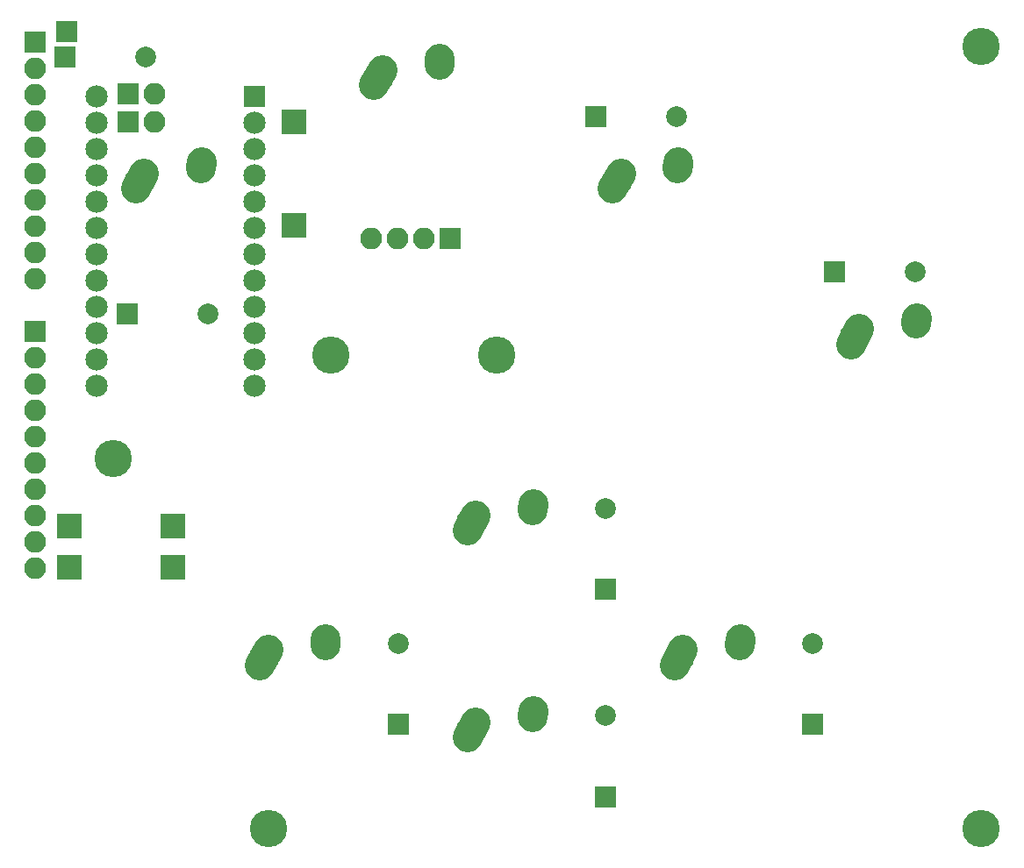
<source format=gbr>
G04 #@! TF.GenerationSoftware,KiCad,Pcbnew,(5.1.2)-2*
G04 #@! TF.CreationDate,2019-07-07T18:04:58+10:00*
G04 #@! TF.ProjectId,Right_Combined_Micro,52696768-745f-4436-9f6d-62696e65645f,rev?*
G04 #@! TF.SameCoordinates,Original*
G04 #@! TF.FileFunction,Soldermask,Bot*
G04 #@! TF.FilePolarity,Negative*
%FSLAX46Y46*%
G04 Gerber Fmt 4.6, Leading zero omitted, Abs format (unit mm)*
G04 Created by KiCad (PCBNEW (5.1.2)-2) date 2019-07-07 18:04:58*
%MOMM*%
%LPD*%
G04 APERTURE LIST*
%ADD10C,3.600000*%
%ADD11R,2.152600X2.152600*%
%ADD12C,2.152600*%
%ADD13R,2.000000X2.000000*%
%ADD14C,2.000000*%
%ADD15R,2.100000X2.100000*%
%ADD16O,2.100000X2.100000*%
%ADD17C,2.900000*%
%ADD18C,2.900000*%
%ADD19R,2.398980X2.398980*%
G04 APERTURE END LIST*
D10*
X127500000Y-109250000D03*
X112500000Y-73500000D03*
X196250000Y-109250000D03*
D11*
X126120000Y-38530000D03*
D12*
X126120000Y-41070000D03*
X126120000Y-43610000D03*
X126120000Y-46150000D03*
X126120000Y-48690000D03*
X126120000Y-51230000D03*
X126120000Y-53770000D03*
X126120000Y-56310000D03*
X126120000Y-58850000D03*
X126120000Y-61390000D03*
X126120000Y-63930000D03*
X126120000Y-66470000D03*
X110880000Y-66470000D03*
X110880000Y-63930000D03*
X110880000Y-61390000D03*
X110880000Y-58850000D03*
X110880000Y-56310000D03*
X110880000Y-53770000D03*
X110880000Y-51230000D03*
X110880000Y-48690000D03*
X110880000Y-46150000D03*
X110880000Y-43610000D03*
X110880000Y-41070000D03*
X110880000Y-38530000D03*
D13*
X113850000Y-59500000D03*
D14*
X121650000Y-59500000D03*
D13*
X107850000Y-34750000D03*
D14*
X115650000Y-34750000D03*
D13*
X159100000Y-40500000D03*
D14*
X166900000Y-40500000D03*
D13*
X182100000Y-55500000D03*
D14*
X189900000Y-55500000D03*
D13*
X140000000Y-99150000D03*
D14*
X140000000Y-91350000D03*
D13*
X160000000Y-86150000D03*
D14*
X160000000Y-78350000D03*
D13*
X160000000Y-106150000D03*
D14*
X160000000Y-98350000D03*
D13*
X180000000Y-99150000D03*
D14*
X180000000Y-91350000D03*
D15*
X114000000Y-38250000D03*
D16*
X116540000Y-38250000D03*
D15*
X145000000Y-52250000D03*
D16*
X142460000Y-52250000D03*
X139920000Y-52250000D03*
X137380000Y-52250000D03*
D15*
X114000000Y-41000000D03*
D16*
X116540000Y-41000000D03*
D17*
X115095000Y-46730000D03*
D18*
X115500453Y-46000046D02*
X114689547Y-47459954D01*
D17*
X121020000Y-45210000D03*
D18*
X121039724Y-44920672D02*
X121000276Y-45499328D01*
D17*
X138095000Y-36730000D03*
D18*
X138500453Y-36000046D02*
X137689547Y-37459954D01*
D17*
X144020000Y-35210000D03*
D18*
X144039724Y-34920672D02*
X144000276Y-35499328D01*
D17*
X161095000Y-46730000D03*
D18*
X161500453Y-46000046D02*
X160689547Y-47459954D01*
D17*
X167020000Y-45210000D03*
D18*
X167039724Y-44920672D02*
X167000276Y-45499328D01*
D17*
X184095000Y-61730000D03*
D18*
X184500453Y-61000046D02*
X183689547Y-62459954D01*
D17*
X190020000Y-60210000D03*
D18*
X190039724Y-59920672D02*
X190000276Y-60499328D01*
D17*
X127095000Y-92730000D03*
D18*
X127500453Y-92000046D02*
X126689547Y-93459954D01*
D17*
X133020000Y-91210000D03*
D18*
X133039724Y-90920672D02*
X133000276Y-91499328D01*
D17*
X147095000Y-79730000D03*
D18*
X147500453Y-79000046D02*
X146689547Y-80459954D01*
D17*
X153020000Y-78210000D03*
D18*
X153039724Y-77920672D02*
X153000276Y-78499328D01*
D17*
X147095000Y-99730000D03*
D18*
X147500453Y-99000046D02*
X146689547Y-100459954D01*
D17*
X153020000Y-98210000D03*
D18*
X153039724Y-97920672D02*
X153000276Y-98499328D01*
D17*
X167095000Y-92730000D03*
D18*
X167500453Y-92000046D02*
X166689547Y-93459954D01*
D17*
X173020000Y-91210000D03*
D18*
X173039724Y-90920672D02*
X173000276Y-91499328D01*
D10*
X133500000Y-63500000D03*
X149500000Y-63500000D03*
X196250000Y-33750000D03*
D15*
X105000000Y-33250000D03*
D16*
X105000000Y-35790000D03*
X105000000Y-38330000D03*
X105000000Y-40870000D03*
X105000000Y-43410000D03*
X105000000Y-45950000D03*
X105000000Y-48490000D03*
X105000000Y-51030000D03*
X105000000Y-53570000D03*
X105000000Y-56110000D03*
D15*
X105000000Y-61250000D03*
D16*
X105000000Y-63790000D03*
X105000000Y-66330000D03*
X105000000Y-68870000D03*
X105000000Y-71410000D03*
X105000000Y-73950000D03*
X105000000Y-76490000D03*
X105000000Y-79030000D03*
X105000000Y-81570000D03*
X105000000Y-84110000D03*
D19*
X118251260Y-84000000D03*
X108248740Y-84000000D03*
X118251260Y-80000000D03*
X108248740Y-80000000D03*
X130000000Y-40998740D03*
X130000000Y-51001260D03*
D15*
X108000000Y-32250000D03*
M02*

</source>
